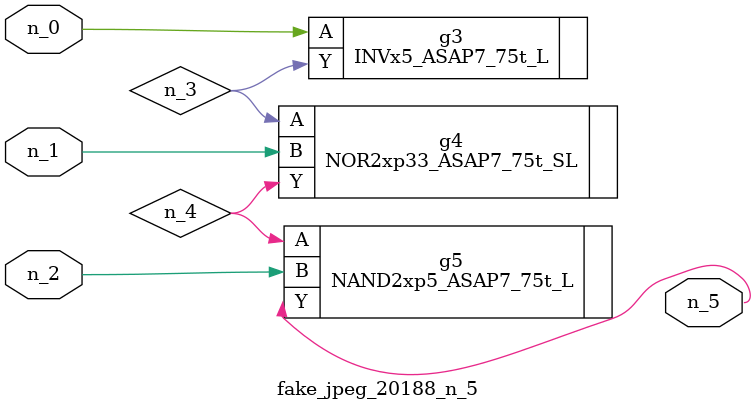
<source format=v>
module fake_jpeg_20188_n_5 (n_0, n_2, n_1, n_5);

input n_0;
input n_2;
input n_1;

output n_5;

wire n_3;
wire n_4;

INVx5_ASAP7_75t_L g3 ( 
.A(n_0),
.Y(n_3)
);

NOR2xp33_ASAP7_75t_SL g4 ( 
.A(n_3),
.B(n_1),
.Y(n_4)
);

NAND2xp5_ASAP7_75t_L g5 ( 
.A(n_4),
.B(n_2),
.Y(n_5)
);


endmodule
</source>
